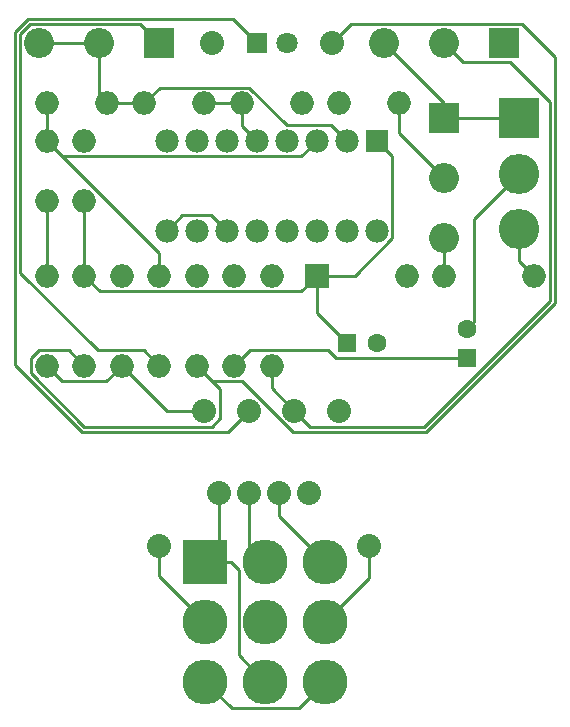
<source format=gbr>
G04 #@! TF.GenerationSoftware,KiCad,Pcbnew,(5.1.6-0-10_14)*
G04 #@! TF.CreationDate,2020-08-10T19:17:23+02:00*
G04 #@! TF.ProjectId,red-lama,7265642d-6c61-46d6-912e-6b696361645f,rev?*
G04 #@! TF.SameCoordinates,Original*
G04 #@! TF.FileFunction,Copper,L1,Top*
G04 #@! TF.FilePolarity,Positive*
%FSLAX46Y46*%
G04 Gerber Fmt 4.6, Leading zero omitted, Abs format (unit mm)*
G04 Created by KiCad (PCBNEW (5.1.6-0-10_14)) date 2020-08-10 19:17:23*
%MOMM*%
%LPD*%
G01*
G04 APERTURE LIST*
G04 #@! TA.AperFunction,ComponentPad*
%ADD10O,1.981200X1.981200*%
G04 #@! TD*
G04 #@! TA.AperFunction,ComponentPad*
%ADD11R,1.981200X1.981200*%
G04 #@! TD*
G04 #@! TA.AperFunction,ComponentPad*
%ADD12O,3.416000X3.416000*%
G04 #@! TD*
G04 #@! TA.AperFunction,ComponentPad*
%ADD13R,3.416000X3.416000*%
G04 #@! TD*
G04 #@! TA.AperFunction,ComponentPad*
%ADD14R,3.816000X3.816000*%
G04 #@! TD*
G04 #@! TA.AperFunction,ComponentPad*
%ADD15O,3.816000X3.816000*%
G04 #@! TD*
G04 #@! TA.AperFunction,ComponentPad*
%ADD16O,2.540000X2.540000*%
G04 #@! TD*
G04 #@! TA.AperFunction,ComponentPad*
%ADD17R,2.540000X2.540000*%
G04 #@! TD*
G04 #@! TA.AperFunction,ComponentPad*
%ADD18O,2.000000X2.000000*%
G04 #@! TD*
G04 #@! TA.AperFunction,ComponentPad*
%ADD19O,2.032000X2.032000*%
G04 #@! TD*
G04 #@! TA.AperFunction,ComponentPad*
%ADD20R,2.000000X2.000000*%
G04 #@! TD*
G04 #@! TA.AperFunction,ComponentPad*
%ADD21C,1.800000*%
G04 #@! TD*
G04 #@! TA.AperFunction,ComponentPad*
%ADD22R,1.800000X1.800000*%
G04 #@! TD*
G04 #@! TA.AperFunction,ComponentPad*
%ADD23C,1.600000*%
G04 #@! TD*
G04 #@! TA.AperFunction,ComponentPad*
%ADD24R,1.600000X1.600000*%
G04 #@! TD*
G04 #@! TA.AperFunction,Conductor*
%ADD25C,0.250000*%
G04 #@! TD*
G04 APERTURE END LIST*
D10*
X212725000Y-108585000D03*
X210185000Y-108585000D03*
X207645000Y-108585000D03*
X205105000Y-108585000D03*
X202565000Y-108585000D03*
X200025000Y-108585000D03*
X197485000Y-108585000D03*
X194945000Y-108585000D03*
X194945000Y-100965000D03*
X197485000Y-100965000D03*
X200025000Y-100965000D03*
X202565000Y-100965000D03*
X205105000Y-100965000D03*
X207645000Y-100965000D03*
X210185000Y-100965000D03*
D11*
X212725000Y-100965000D03*
D12*
X224790000Y-108458000D03*
X224790000Y-103759000D03*
D13*
X224790000Y-99060000D03*
D14*
X198206201Y-136620000D03*
D15*
X198206201Y-141700000D03*
X198206201Y-146780000D03*
X203286201Y-136620000D03*
X203286201Y-141700000D03*
X203286201Y-146780000D03*
X208366201Y-136620000D03*
X208366201Y-141700000D03*
X208366201Y-146780000D03*
D16*
X213360000Y-92710000D03*
X218440000Y-92710000D03*
D17*
X223520000Y-92710000D03*
D16*
X218440000Y-109220000D03*
X218440000Y-104140000D03*
D17*
X218440000Y-99060000D03*
D16*
X184150000Y-92710000D03*
X189230000Y-92710000D03*
D17*
X194310000Y-92710000D03*
D18*
X203835000Y-120015000D03*
X203835000Y-112395000D03*
X226060000Y-112395000D03*
X218440000Y-112395000D03*
X200660000Y-120015000D03*
X200660000Y-112395000D03*
X194310000Y-120015000D03*
X194310000Y-112395000D03*
X184785000Y-120015000D03*
X184785000Y-112395000D03*
X187960000Y-120015000D03*
X187960000Y-112395000D03*
X191135000Y-112395000D03*
X191135000Y-120015000D03*
X197485000Y-112395000D03*
X197485000Y-120015000D03*
D19*
X207010000Y-130810000D03*
X201930000Y-130810000D03*
X194310000Y-135255000D03*
X204470000Y-130810000D03*
X212090000Y-135255000D03*
X199390000Y-130810000D03*
X205740000Y-123825000D03*
X198755000Y-92710000D03*
X201930000Y-123825000D03*
X209550000Y-123825000D03*
X198120000Y-123825000D03*
X208915000Y-92710000D03*
D20*
X207645000Y-112395000D03*
D18*
X215265000Y-112395000D03*
D21*
X205105000Y-92710000D03*
D22*
X202565000Y-92710000D03*
D18*
X214630000Y-97790000D03*
X209550000Y-97790000D03*
D23*
X220345000Y-116880000D03*
D24*
X220345000Y-119380000D03*
D18*
X201295000Y-97790000D03*
X206375000Y-97790000D03*
X193040000Y-97790000D03*
X198120000Y-97790000D03*
X184785000Y-97790000D03*
X189865000Y-97790000D03*
X187960000Y-106045000D03*
X187960000Y-100965000D03*
D23*
X212725000Y-118110000D03*
D24*
X210225000Y-118110000D03*
D18*
X184785000Y-106045000D03*
X184785000Y-100965000D03*
D25*
X184785000Y-106045000D02*
X184785000Y-112395000D01*
X184785000Y-97790000D02*
X184785000Y-100965000D01*
X194310000Y-110490000D02*
X194310000Y-112395000D01*
X184785000Y-100965000D02*
X194310000Y-110490000D01*
X186110001Y-102290001D02*
X184785000Y-100965000D01*
X206319999Y-102290001D02*
X186110001Y-102290001D01*
X207645000Y-100965000D02*
X206319999Y-102290001D01*
X198709399Y-107269399D02*
X200025000Y-108585000D01*
X196260601Y-107269399D02*
X198709399Y-107269399D01*
X194945000Y-108585000D02*
X196260601Y-107269399D01*
X187960000Y-106045000D02*
X187960000Y-112395000D01*
X207645000Y-115530000D02*
X210225000Y-118110000D01*
X207645000Y-112395000D02*
X207645000Y-115530000D01*
X210862090Y-112395000D02*
X207645000Y-112395000D01*
X214040601Y-109216489D02*
X210862090Y-112395000D01*
X214040601Y-102280601D02*
X214040601Y-109216489D01*
X212725000Y-100965000D02*
X214040601Y-102280601D01*
X206319999Y-113720001D02*
X207645000Y-112395000D01*
X189285001Y-113720001D02*
X206319999Y-113720001D01*
X187960000Y-112395000D02*
X189285001Y-113720001D01*
X184150000Y-92710000D02*
X189230000Y-92710000D01*
X189230000Y-97155000D02*
X189865000Y-97790000D01*
X189230000Y-92710000D02*
X189230000Y-97155000D01*
X193040000Y-97790000D02*
X189865000Y-97790000D01*
X205115401Y-99649399D02*
X201931001Y-96464999D01*
X208869399Y-99649399D02*
X205115401Y-99649399D01*
X194365001Y-96464999D02*
X193040000Y-97790000D01*
X201931001Y-96464999D02*
X194365001Y-96464999D01*
X210185000Y-100965000D02*
X208869399Y-99649399D01*
X198120000Y-97790000D02*
X201295000Y-97790000D01*
X201295000Y-99695000D02*
X202565000Y-100965000D01*
X201295000Y-97790000D02*
X201295000Y-99695000D01*
X208619997Y-118689999D02*
X209309998Y-119380000D01*
X209309998Y-119380000D02*
X220345000Y-119380000D01*
X201985001Y-118689999D02*
X208619997Y-118689999D01*
X200660000Y-120015000D02*
X201985001Y-118689999D01*
X224790000Y-103759000D02*
X220980000Y-107569000D01*
X220980000Y-116245000D02*
X220345000Y-116880000D01*
X220980000Y-107569000D02*
X220980000Y-116245000D01*
X214630000Y-100330000D02*
X218440000Y-104140000D01*
X214630000Y-97790000D02*
X214630000Y-100330000D01*
X200138989Y-125616011D02*
X201930000Y-123825000D01*
X187788599Y-125616011D02*
X200138989Y-125616011D01*
X182104989Y-91757999D02*
X182104989Y-119932401D01*
X183197998Y-90664990D02*
X182104989Y-91757999D01*
X182104989Y-119932401D02*
X187788599Y-125616011D01*
X200519989Y-90664989D02*
X183197998Y-90664990D01*
X202565000Y-92710000D02*
X200519989Y-90664989D01*
X199461001Y-121991001D02*
X197485000Y-120015000D01*
X199461001Y-124468681D02*
X199461001Y-121991001D01*
X198763681Y-125166001D02*
X199461001Y-124468681D01*
X187974999Y-125166001D02*
X198763681Y-125166001D01*
X184148999Y-118689999D02*
X183459999Y-119378999D01*
X183459999Y-120651001D02*
X187974999Y-125166001D01*
X186634999Y-118689999D02*
X184148999Y-118689999D01*
X183459999Y-119378999D02*
X183459999Y-120651001D01*
X187960000Y-120015000D02*
X186634999Y-118689999D01*
X225050001Y-91114999D02*
X210510001Y-91114999D01*
X227835011Y-93900009D02*
X225050001Y-91114999D01*
X205626010Y-125616010D02*
X216930402Y-125616010D01*
X201350001Y-121340001D02*
X205626010Y-125616010D01*
X227835011Y-114711401D02*
X227835011Y-93900009D01*
X198810001Y-121340001D02*
X201350001Y-121340001D01*
X210510001Y-91114999D02*
X208915000Y-92710000D01*
X216930402Y-125616010D02*
X227835011Y-114711401D01*
X197485000Y-120015000D02*
X198810001Y-121340001D01*
X194945000Y-123825000D02*
X198120000Y-123825000D01*
X191135000Y-120015000D02*
X194945000Y-123825000D01*
X189809999Y-121340001D02*
X191135000Y-120015000D01*
X186110001Y-121340001D02*
X189809999Y-121340001D01*
X184785000Y-120015000D02*
X186110001Y-121340001D01*
X203835000Y-121920000D02*
X205740000Y-123825000D01*
X203835000Y-120015000D02*
X203835000Y-121920000D01*
X220035001Y-94305001D02*
X218440000Y-92710000D01*
X227385001Y-97653999D02*
X224036003Y-94305001D01*
X224036003Y-94305001D02*
X220035001Y-94305001D01*
X227385001Y-114525001D02*
X227385001Y-97653999D01*
X216744001Y-125166001D02*
X227385001Y-114525001D01*
X207081001Y-125166001D02*
X216744001Y-125166001D01*
X205740000Y-123825000D02*
X207081001Y-125166001D01*
X199390000Y-135436201D02*
X198206201Y-136620000D01*
X199390000Y-130810000D02*
X199390000Y-135436201D01*
X201053200Y-137308999D02*
X201053200Y-144546999D01*
X200364201Y-136620000D02*
X201053200Y-137308999D01*
X201053200Y-144546999D02*
X203286201Y-146780000D01*
X198206201Y-136620000D02*
X200364201Y-136620000D01*
X212090000Y-137976201D02*
X208366201Y-141700000D01*
X212090000Y-135255000D02*
X212090000Y-137976201D01*
X207010000Y-135263799D02*
X208366201Y-136620000D01*
X204470000Y-132723799D02*
X208366201Y-136620000D01*
X204470000Y-130810000D02*
X204470000Y-132723799D01*
X194310000Y-137803799D02*
X198206201Y-141700000D01*
X194310000Y-135255000D02*
X194310000Y-137803799D01*
X204470000Y-135436201D02*
X203286201Y-136620000D01*
X201930000Y-135263799D02*
X203286201Y-136620000D01*
X201930000Y-130810000D02*
X201930000Y-135263799D01*
X182554999Y-112126001D02*
X189118997Y-118689999D01*
X189118997Y-118689999D02*
X192984999Y-118689999D01*
X182554999Y-91944399D02*
X182554999Y-112126001D01*
X192984999Y-118689999D02*
X194310000Y-120015000D01*
X183384399Y-91114999D02*
X182554999Y-91944399D01*
X192714999Y-91114999D02*
X183384399Y-91114999D01*
X194310000Y-92710000D02*
X192714999Y-91114999D01*
X224790000Y-111125000D02*
X226060000Y-112395000D01*
X224790000Y-108458000D02*
X224790000Y-111125000D01*
X218440000Y-109220000D02*
X218440000Y-112395000D01*
X218440000Y-99060000D02*
X224790000Y-99060000D01*
X218440000Y-97790000D02*
X218440000Y-99060000D01*
X213360000Y-92710000D02*
X218440000Y-97790000D01*
X200439202Y-149013001D02*
X206133200Y-149013001D01*
X206133200Y-149013001D02*
X208366201Y-146780000D01*
X198206201Y-146780000D02*
X200439202Y-149013001D01*
M02*

</source>
